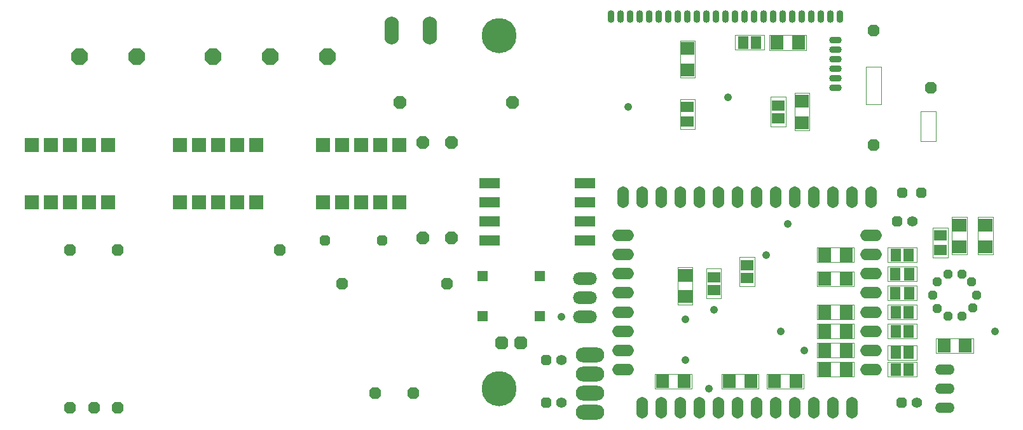
<source format=gts>
%FSLAX44Y44*%
%MOMM*%
G71*
G01*
G75*
G04 Layer_Color=8388736*
%ADD10R,1.6002X1.8034*%
%ADD11R,1.8034X1.6002*%
%ADD12R,1.3208X1.5240*%
%ADD13R,1.5240X1.3208*%
%ADD14R,2.5400X1.2700*%
%ADD15C,0.4064*%
%ADD16C,0.2540*%
%ADD17C,0.3048*%
%ADD18C,0.0508*%
G04:AMPARAMS|DCode=19|XSize=1.9812mm|YSize=1.9812mm|CornerRadius=0mm|HoleSize=0mm|Usage=FLASHONLY|Rotation=180.000|XOffset=0mm|YOffset=0mm|HoleType=Round|Shape=Octagon|*
%AMOCTAGOND19*
4,1,8,-0.9906,0.4953,-0.9906,-0.4953,-0.4953,-0.9906,0.4953,-0.9906,0.9906,-0.4953,0.9906,0.4953,0.4953,0.9906,-0.4953,0.9906,-0.9906,0.4953,0.0*
%
%ADD19OCTAGOND19*%

%ADD20C,1.2700*%
G04:AMPARAMS|DCode=21|XSize=1.27mm|YSize=1.27mm|CornerRadius=0mm|HoleSize=0mm|Usage=FLASHONLY|Rotation=180.000|XOffset=0mm|YOffset=0mm|HoleType=Round|Shape=Octagon|*
%AMOCTAGOND21*
4,1,8,-0.6350,0.3175,-0.6350,-0.3175,-0.3175,-0.6350,0.3175,-0.6350,0.6350,-0.3175,0.6350,0.3175,0.3175,0.6350,-0.3175,0.6350,-0.6350,0.3175,0.0*
%
%ADD21OCTAGOND21*%

%ADD22O,3.6576X1.8288*%
G04:AMPARAMS|DCode=23|XSize=1.0668mm|YSize=1.0668mm|CornerRadius=0mm|HoleSize=0mm|Usage=FLASHONLY|Rotation=90.000|XOffset=0mm|YOffset=0mm|HoleType=Round|Shape=Octagon|*
%AMOCTAGOND23*
4,1,8,0.2667,0.5334,-0.2667,0.5334,-0.5334,0.2667,-0.5334,-0.2667,-0.2667,-0.5334,0.2667,-0.5334,0.5334,-0.2667,0.5334,0.2667,0.2667,0.5334,0.0*
%
%ADD23OCTAGOND23*%

%ADD24O,3.0480X1.5240*%
%ADD25O,2.7432X1.3716*%
%ADD26O,1.3716X2.7432*%
%ADD27O,1.5240X0.7620*%
%ADD28O,0.7620X1.5240*%
G04:AMPARAMS|DCode=29|XSize=1.524mm|YSize=1.524mm|CornerRadius=0mm|HoleSize=0mm|Usage=FLASHONLY|Rotation=270.000|XOffset=0mm|YOffset=0mm|HoleType=Round|Shape=Octagon|*
%AMOCTAGOND29*
4,1,8,-0.3810,-0.7620,0.3810,-0.7620,0.7620,-0.3810,0.7620,0.3810,0.3810,0.7620,-0.3810,0.7620,-0.7620,0.3810,-0.7620,-0.3810,-0.3810,-0.7620,0.0*
%
%ADD29OCTAGOND29*%

%ADD30O,2.4384X1.2192*%
%ADD31O,1.7780X3.5560*%
%ADD32R,1.8288X1.8288*%
G04:AMPARAMS|DCode=33|XSize=1.2192mm|YSize=1.2192mm|CornerRadius=0mm|HoleSize=0mm|Usage=FLASHONLY|Rotation=0.000|XOffset=0mm|YOffset=0mm|HoleType=Round|Shape=Octagon|*
%AMOCTAGOND33*
4,1,8,0.6096,-0.3048,0.6096,0.3048,0.3048,0.6096,-0.3048,0.6096,-0.6096,0.3048,-0.6096,-0.3048,-0.3048,-0.6096,0.3048,-0.6096,0.6096,-0.3048,0.0*
%
%ADD33OCTAGOND33*%

G04:AMPARAMS|DCode=34|XSize=1.524mm|YSize=1.524mm|CornerRadius=0mm|HoleSize=0mm|Usage=FLASHONLY|Rotation=180.000|XOffset=0mm|YOffset=0mm|HoleType=Round|Shape=Octagon|*
%AMOCTAGOND34*
4,1,8,-0.7620,0.3810,-0.7620,-0.3810,-0.3810,-0.7620,0.3810,-0.7620,0.7620,-0.3810,0.7620,0.3810,0.3810,0.7620,-0.3810,0.7620,-0.7620,0.3810,0.0*
%
%ADD34OCTAGOND34*%

G04:AMPARAMS|DCode=35|XSize=1.6002mm|YSize=1.6002mm|CornerRadius=0mm|HoleSize=0mm|Usage=FLASHONLY|Rotation=0.000|XOffset=0mm|YOffset=0mm|HoleType=Round|Shape=Octagon|*
%AMOCTAGOND35*
4,1,8,0.8001,-0.4001,0.8001,0.4001,0.4001,0.8001,-0.4001,0.8001,-0.8001,0.4001,-0.8001,-0.4001,-0.4001,-0.8001,0.4001,-0.8001,0.8001,-0.4001,0.0*
%
%ADD35OCTAGOND35*%

%ADD36R,1.2192X1.2192*%
G04:AMPARAMS|DCode=37|XSize=1.3716mm|YSize=1.3716mm|CornerRadius=0mm|HoleSize=0mm|Usage=FLASHONLY|Rotation=90.000|XOffset=0mm|YOffset=0mm|HoleType=Round|Shape=Octagon|*
%AMOCTAGOND37*
4,1,8,0.3429,0.6858,-0.3429,0.6858,-0.6858,0.3429,-0.6858,-0.3429,-0.3429,-0.6858,0.3429,-0.6858,0.6858,-0.3429,0.6858,0.3429,0.3429,0.6858,0.0*
%
%ADD37OCTAGOND37*%

G04:AMPARAMS|DCode=38|XSize=1.3716mm|YSize=1.3716mm|CornerRadius=0mm|HoleSize=0mm|Usage=FLASHONLY|Rotation=180.000|XOffset=0mm|YOffset=0mm|HoleType=Round|Shape=Octagon|*
%AMOCTAGOND38*
4,1,8,-0.6858,0.3429,-0.6858,-0.3429,-0.3429,-0.6858,0.3429,-0.6858,0.6858,-0.3429,0.6858,0.3429,0.3429,0.6858,-0.3429,0.6858,-0.6858,0.3429,0.0*
%
%ADD38OCTAGOND38*%

%ADD39C,4.5212*%
%ADD40C,0.9096*%
%ADD41C,1.0160*%
%ADD42C,0.1524*%
%ADD43C,0.1270*%
%ADD44C,0.0000*%
%ADD45R,0.2540X2.5400*%
%ADD46R,0.3810X0.5080*%
%ADD47R,1.7502X1.9534*%
%ADD48R,1.9534X1.7502*%
%ADD49R,1.4708X1.6740*%
%ADD50R,1.6740X1.4708*%
%ADD51R,2.6900X1.4200*%
G04:AMPARAMS|DCode=52|XSize=2.1312mm|YSize=2.1312mm|CornerRadius=0mm|HoleSize=0mm|Usage=FLASHONLY|Rotation=180.000|XOffset=0mm|YOffset=0mm|HoleType=Round|Shape=Octagon|*
%AMOCTAGOND52*
4,1,8,-1.0656,0.5328,-1.0656,-0.5328,-0.5328,-1.0656,0.5328,-1.0656,1.0656,-0.5328,1.0656,0.5328,0.5328,1.0656,-0.5328,1.0656,-1.0656,0.5328,0.0*
%
%ADD52OCTAGOND52*%

%ADD53C,1.4200*%
G04:AMPARAMS|DCode=54|XSize=1.42mm|YSize=1.42mm|CornerRadius=0mm|HoleSize=0mm|Usage=FLASHONLY|Rotation=180.000|XOffset=0mm|YOffset=0mm|HoleType=Round|Shape=Octagon|*
%AMOCTAGOND54*
4,1,8,-0.7100,0.3550,-0.7100,-0.3550,-0.3550,-0.7100,0.3550,-0.7100,0.7100,-0.3550,0.7100,0.3550,0.3550,0.7100,-0.3550,0.7100,-0.7100,0.3550,0.0*
%
%ADD54OCTAGOND54*%

%ADD55O,3.8076X1.9788*%
G04:AMPARAMS|DCode=56|XSize=1.2168mm|YSize=1.2168mm|CornerRadius=0mm|HoleSize=0mm|Usage=FLASHONLY|Rotation=90.000|XOffset=0mm|YOffset=0mm|HoleType=Round|Shape=Octagon|*
%AMOCTAGOND56*
4,1,8,0.3042,0.6084,-0.3042,0.6084,-0.6084,0.3042,-0.6084,-0.3042,-0.3042,-0.6084,0.3042,-0.6084,0.6084,-0.3042,0.6084,0.3042,0.3042,0.6084,0.0*
%
%ADD56OCTAGOND56*%

%ADD57O,3.1980X1.6740*%
%ADD58O,2.8932X1.5216*%
%ADD59O,1.5216X2.8932*%
%ADD60O,1.6740X0.9120*%
%ADD61O,0.9120X1.6740*%
G04:AMPARAMS|DCode=62|XSize=1.674mm|YSize=1.674mm|CornerRadius=0mm|HoleSize=0mm|Usage=FLASHONLY|Rotation=270.000|XOffset=0mm|YOffset=0mm|HoleType=Round|Shape=Octagon|*
%AMOCTAGOND62*
4,1,8,-0.4185,-0.8370,0.4185,-0.8370,0.8370,-0.4185,0.8370,0.4185,0.4185,0.8370,-0.4185,0.8370,-0.8370,0.4185,-0.8370,-0.4185,-0.4185,-0.8370,0.0*
%
%ADD62OCTAGOND62*%

%ADD63O,2.5884X1.3692*%
%ADD64O,1.9280X3.7060*%
%ADD65R,1.9788X1.9788*%
G04:AMPARAMS|DCode=66|XSize=1.3692mm|YSize=1.3692mm|CornerRadius=0mm|HoleSize=0mm|Usage=FLASHONLY|Rotation=0.000|XOffset=0mm|YOffset=0mm|HoleType=Round|Shape=Octagon|*
%AMOCTAGOND66*
4,1,8,0.6846,-0.3423,0.6846,0.3423,0.3423,0.6846,-0.3423,0.6846,-0.6846,0.3423,-0.6846,-0.3423,-0.3423,-0.6846,0.3423,-0.6846,0.6846,-0.3423,0.0*
%
%ADD66OCTAGOND66*%

G04:AMPARAMS|DCode=67|XSize=1.674mm|YSize=1.674mm|CornerRadius=0mm|HoleSize=0mm|Usage=FLASHONLY|Rotation=180.000|XOffset=0mm|YOffset=0mm|HoleType=Round|Shape=Octagon|*
%AMOCTAGOND67*
4,1,8,-0.8370,0.4185,-0.8370,-0.4185,-0.4185,-0.8370,0.4185,-0.8370,0.8370,-0.4185,0.8370,0.4185,0.4185,0.8370,-0.4185,0.8370,-0.8370,0.4185,0.0*
%
%ADD67OCTAGOND67*%

G04:AMPARAMS|DCode=68|XSize=1.7502mm|YSize=1.7502mm|CornerRadius=0mm|HoleSize=0mm|Usage=FLASHONLY|Rotation=0.000|XOffset=0mm|YOffset=0mm|HoleType=Round|Shape=Octagon|*
%AMOCTAGOND68*
4,1,8,0.8751,-0.4375,0.8751,0.4375,0.4375,0.8751,-0.4375,0.8751,-0.8751,0.4375,-0.8751,-0.4375,-0.4375,-0.8751,0.4375,-0.8751,0.8751,-0.4375,0.0*
%
%ADD68OCTAGOND68*%

%ADD69R,1.3692X1.3692*%
G04:AMPARAMS|DCode=70|XSize=1.5216mm|YSize=1.5216mm|CornerRadius=0mm|HoleSize=0mm|Usage=FLASHONLY|Rotation=90.000|XOffset=0mm|YOffset=0mm|HoleType=Round|Shape=Octagon|*
%AMOCTAGOND70*
4,1,8,0.3804,0.7608,-0.3804,0.7608,-0.7608,0.3804,-0.7608,-0.3804,-0.3804,-0.7608,0.3804,-0.7608,0.7608,-0.3804,0.7608,0.3804,0.3804,0.7608,0.0*
%
%ADD70OCTAGOND70*%

G04:AMPARAMS|DCode=71|XSize=1.5216mm|YSize=1.5216mm|CornerRadius=0mm|HoleSize=0mm|Usage=FLASHONLY|Rotation=180.000|XOffset=0mm|YOffset=0mm|HoleType=Round|Shape=Octagon|*
%AMOCTAGOND71*
4,1,8,-0.7608,0.3804,-0.7608,-0.3804,-0.3804,-0.7608,0.3804,-0.7608,0.7608,-0.3804,0.7608,0.3804,0.3804,0.7608,-0.3804,0.7608,-0.7608,0.3804,0.0*
%
%ADD71OCTAGOND71*%

%ADD72C,4.6712*%
%ADD73C,1.0596*%
D18*
X1380582Y755396D02*
Y775132D01*
X1330960D02*
X1380582D01*
X1330960Y755396D02*
Y775132D01*
Y755396D02*
X1380582D01*
X1212596Y718220D02*
X1232332D01*
Y767842D01*
X1212596D02*
X1232332D01*
X1212596Y718220D02*
Y767842D01*
X1394622Y472770D02*
Y492506D01*
Y472770D02*
X1444244D01*
Y492506D01*
X1394622D02*
X1444244D01*
X1528064Y472770D02*
Y492506D01*
X1488522Y472770D02*
Y492506D01*
Y472770D02*
X1528064D01*
X1488522Y492506D02*
X1528064D01*
X1209370Y466182D02*
X1229106D01*
X1209370Y416560D02*
Y466182D01*
Y416560D02*
X1229106D01*
Y466182D01*
X1228182Y304546D02*
Y324282D01*
X1178560D02*
X1228182D01*
X1178560Y304546D02*
Y324282D01*
Y304546D02*
X1228182D01*
X1394622Y441020D02*
Y460756D01*
Y441020D02*
X1444244D01*
Y460756D01*
X1394622D02*
X1444244D01*
X1394622Y396570D02*
Y416306D01*
Y396570D02*
X1444244D01*
Y416306D01*
X1394622D02*
X1444244D01*
X1394622Y371170D02*
Y390906D01*
Y371170D02*
X1444244D01*
Y390906D01*
X1394622D02*
X1444244D01*
X1394622Y345770D02*
Y365506D01*
Y345770D02*
X1444244D01*
Y365506D01*
X1394622D02*
X1444244D01*
X1394622Y320370D02*
Y340106D01*
Y320370D02*
X1444244D01*
Y340106D01*
X1394622D02*
X1444244D01*
X1528064Y342722D02*
Y362458D01*
X1488522Y342722D02*
Y362458D01*
Y342722D02*
X1528064D01*
X1488522Y362458D02*
X1528064D01*
Y371170D02*
Y390906D01*
X1488522Y371170D02*
Y390906D01*
Y371170D02*
X1528064D01*
X1488522Y390906D02*
X1528064D01*
Y396570D02*
Y416306D01*
X1488522Y396570D02*
Y416306D01*
Y396570D02*
X1528064D01*
X1488522Y416306D02*
X1528064D01*
Y320370D02*
Y340106D01*
X1488522Y320370D02*
Y340106D01*
Y320370D02*
X1528064D01*
X1488522Y340106D02*
X1528064D01*
X1364996Y648370D02*
X1384732D01*
Y697992D01*
X1364996D02*
X1384732D01*
X1364996Y648370D02*
Y697992D01*
X1377280Y304546D02*
Y324282D01*
X1327658D02*
X1377280D01*
X1327658Y304546D02*
Y324282D01*
Y304546D02*
X1377280D01*
X1317082D02*
Y324282D01*
X1267460D02*
X1317082D01*
X1267460Y304546D02*
Y324282D01*
Y304546D02*
X1317082D01*
X1609344Y483270D02*
X1629080D01*
Y532892D01*
X1609344D02*
X1629080D01*
X1609344Y483270D02*
Y532892D01*
X1574622Y532730D02*
X1594358D01*
X1574622Y483108D02*
Y532730D01*
Y483108D02*
X1594358D01*
Y532730D01*
X1602832Y352044D02*
Y371780D01*
X1553210D02*
X1602832D01*
X1553210Y352044D02*
Y371780D01*
Y352044D02*
X1602832D01*
X1528064Y447370D02*
Y467106D01*
X1488522Y447370D02*
Y467106D01*
Y447370D02*
X1528064D01*
X1488522Y467106D02*
X1528064D01*
X1324864Y755472D02*
Y775208D01*
X1285322Y755472D02*
Y775208D01*
Y755472D02*
X1324864D01*
X1285322Y775208D02*
X1324864D01*
X1488440Y421894D02*
Y441630D01*
X1527982Y421894D02*
Y441630D01*
X1488440D02*
X1527982D01*
X1488440Y421894D02*
X1527982D01*
X1549146Y518414D02*
X1568882D01*
X1549146Y478872D02*
X1568882D01*
Y518414D01*
X1549146Y478872D02*
Y518414D01*
X1212596Y689864D02*
X1232332D01*
X1212596Y650322D02*
X1232332D01*
Y689864D01*
X1212596Y650322D02*
Y689864D01*
X1333246Y692912D02*
X1352982D01*
X1333246Y653370D02*
X1352982D01*
Y692912D01*
X1333246Y653370D02*
Y692912D01*
X1291920Y440690D02*
X1311656D01*
X1291920Y480232D02*
X1311656D01*
X1291920Y440690D02*
Y480232D01*
X1311656Y440690D02*
Y480232D01*
X1247394Y464312D02*
X1267130D01*
X1247394Y424770D02*
X1267130D01*
Y464312D01*
X1247394Y424770D02*
Y464312D01*
X1460246Y732882D02*
X1479982D01*
Y683260D02*
Y732882D01*
X1460246Y683260D02*
X1479982D01*
X1460246D02*
Y732882D01*
X1533144Y634238D02*
X1552880D01*
X1533144Y673780D02*
X1552880D01*
Y634238D02*
Y673780D01*
X1533144Y634238D02*
Y673780D01*
D47*
X1370072Y765302D02*
D03*
X1341628D02*
D03*
X1405132Y482600D02*
D03*
X1433576D02*
D03*
X1217672Y314452D02*
D03*
X1189228D02*
D03*
X1405132Y450850D02*
D03*
X1433576D02*
D03*
X1405132Y406400D02*
D03*
X1433576D02*
D03*
X1405132Y381000D02*
D03*
X1433576D02*
D03*
X1405132Y355600D02*
D03*
X1433576D02*
D03*
X1405132Y330200D02*
D03*
X1433576D02*
D03*
X1366770Y314452D02*
D03*
X1338326D02*
D03*
X1306572D02*
D03*
X1278128D02*
D03*
X1592322Y361950D02*
D03*
X1563878D02*
D03*
D48*
X1222502Y728730D02*
D03*
Y757174D02*
D03*
X1219200Y455672D02*
D03*
Y427228D02*
D03*
X1374902Y658880D02*
D03*
Y687324D02*
D03*
X1619250Y493780D02*
D03*
Y522224D02*
D03*
X1584452Y522220D02*
D03*
Y493776D02*
D03*
D49*
X1516888Y482600D02*
D03*
X1499752D02*
D03*
X1516888Y352552D02*
D03*
X1499752D02*
D03*
X1516888Y381000D02*
D03*
X1499752D02*
D03*
X1516888Y406400D02*
D03*
X1499752D02*
D03*
X1516888Y330200D02*
D03*
X1499752D02*
D03*
X1517904Y457200D02*
D03*
X1498752D02*
D03*
X1313688Y765302D02*
D03*
X1296552D02*
D03*
X1498600Y431800D02*
D03*
X1517752D02*
D03*
D50*
X1559052Y508254D02*
D03*
Y489102D02*
D03*
X1222502Y679704D02*
D03*
Y660552D02*
D03*
X1343152Y681736D02*
D03*
Y664600D02*
D03*
X1301750Y451866D02*
D03*
Y469002D02*
D03*
X1257300Y453136D02*
D03*
Y436000D02*
D03*
D51*
X958850Y577850D02*
D03*
X1085850Y501650D02*
D03*
Y527050D02*
D03*
Y552450D02*
D03*
Y577850D02*
D03*
X958850Y552450D02*
D03*
Y527050D02*
D03*
Y501650D02*
D03*
D52*
X412750Y746252D02*
D03*
X488950D02*
D03*
X742950D02*
D03*
X666750D02*
D03*
X590550D02*
D03*
D53*
X1521460Y527050D02*
D03*
X1054862Y285750D02*
D03*
X1527810D02*
D03*
X1054862Y342900D02*
D03*
D54*
X1501140Y527050D02*
D03*
X1034542Y285750D02*
D03*
X1507490D02*
D03*
X1034542Y342900D02*
D03*
D55*
X1092200Y349250D02*
D03*
Y323850D02*
D03*
Y298450D02*
D03*
Y273050D02*
D03*
D56*
X1602232Y412242D02*
D03*
X1588262Y400812D02*
D03*
X1569212D02*
D03*
X1555242Y410972D02*
D03*
X1548892Y428752D02*
D03*
X1555242Y446532D02*
D03*
X1569212Y456692D02*
D03*
X1588262D02*
D03*
X1600962Y446532D02*
D03*
X1607312Y428752D02*
D03*
D57*
X1085850Y450850D02*
D03*
Y425450D02*
D03*
Y400050D02*
D03*
D58*
X1136650Y508254D02*
D03*
Y482854D02*
D03*
Y457454D02*
D03*
Y432054D02*
D03*
Y406527D02*
D03*
Y381127D02*
D03*
Y355727D02*
D03*
Y330327D02*
D03*
X1466850Y508254D02*
D03*
Y482854D02*
D03*
Y457454D02*
D03*
Y432054D02*
D03*
Y406527D02*
D03*
Y381127D02*
D03*
Y355727D02*
D03*
Y330327D02*
D03*
D59*
X1136650Y559054D02*
D03*
X1162050D02*
D03*
X1187450D02*
D03*
X1212850D02*
D03*
X1238250D02*
D03*
X1263650D02*
D03*
X1289050D02*
D03*
X1314450D02*
D03*
X1339850D02*
D03*
X1365250D02*
D03*
X1390650D02*
D03*
X1416050D02*
D03*
X1441450D02*
D03*
X1466850D02*
D03*
X1162050Y279527D02*
D03*
X1187450D02*
D03*
X1212850D02*
D03*
X1238250D02*
D03*
X1263650D02*
D03*
X1289050D02*
D03*
X1314450D02*
D03*
X1339850D02*
D03*
X1365250D02*
D03*
X1390650D02*
D03*
X1416050D02*
D03*
X1441450D02*
D03*
D60*
X1419352Y704850D02*
D03*
Y717550D02*
D03*
Y730250D02*
D03*
Y742950D02*
D03*
Y755650D02*
D03*
Y768350D02*
D03*
D61*
X1120902Y800100D02*
D03*
X1133602D02*
D03*
X1146302D02*
D03*
X1159002D02*
D03*
X1171702D02*
D03*
X1184402D02*
D03*
X1197102D02*
D03*
X1209802D02*
D03*
X1222502D02*
D03*
X1235202D02*
D03*
X1247902D02*
D03*
X1260602D02*
D03*
X1273302D02*
D03*
X1286002D02*
D03*
X1298702D02*
D03*
X1311402D02*
D03*
X1324102D02*
D03*
X1336802D02*
D03*
X1349502D02*
D03*
X1362202D02*
D03*
X1374902D02*
D03*
X1387602D02*
D03*
X1400302D02*
D03*
X1413002D02*
D03*
X1425702D02*
D03*
D62*
X908050Y504952D02*
D03*
Y631952D02*
D03*
X869950Y504952D02*
D03*
Y631952D02*
D03*
D63*
X1565402Y330200D02*
D03*
Y304800D02*
D03*
Y279400D02*
D03*
D64*
X828802Y781050D02*
D03*
X879602D02*
D03*
D65*
X450850Y552450D02*
D03*
X425450D02*
D03*
X400050D02*
D03*
X450850Y628650D02*
D03*
X425450D02*
D03*
X400050D02*
D03*
X374650D02*
D03*
X349250D02*
D03*
X374650Y552450D02*
D03*
X349250D02*
D03*
X647700D02*
D03*
X622300D02*
D03*
X596900D02*
D03*
X647700Y628650D02*
D03*
X622300D02*
D03*
X596900D02*
D03*
X571500D02*
D03*
X546100D02*
D03*
X571500Y552450D02*
D03*
X546100D02*
D03*
X838200D02*
D03*
X812800D02*
D03*
X787400D02*
D03*
X838200Y628650D02*
D03*
X812800D02*
D03*
X787400D02*
D03*
X762000D02*
D03*
X736600D02*
D03*
X762000Y552450D02*
D03*
X736600D02*
D03*
D66*
X1533652Y565150D02*
D03*
X1508252D02*
D03*
X816102Y501650D02*
D03*
X739902D02*
D03*
D67*
X839470Y685800D02*
D03*
X989330D02*
D03*
D68*
X1000252Y365252D02*
D03*
X974852D02*
D03*
D69*
X949452Y401320D02*
D03*
X1025652D02*
D03*
Y454660D02*
D03*
X949452D02*
D03*
D70*
X1546352Y704850D02*
D03*
X1470152Y781050D02*
D03*
Y628650D02*
D03*
X857250Y298450D02*
D03*
X806450D02*
D03*
X901700Y444500D02*
D03*
X762000D02*
D03*
D71*
X431800Y279400D02*
D03*
X400050D02*
D03*
X463550D02*
D03*
X400050Y488950D02*
D03*
X463550D02*
D03*
X679450D02*
D03*
D72*
X971550Y304800D02*
D03*
Y774700D02*
D03*
D73*
X1219200Y397002D02*
D03*
Y342900D02*
D03*
X1327150Y482600D02*
D03*
X1250950Y304800D02*
D03*
X1631950Y381000D02*
D03*
X1377950Y355600D02*
D03*
X1276350Y692150D02*
D03*
X1257300Y409702D02*
D03*
X1346200Y381000D02*
D03*
X1355852Y524002D02*
D03*
X1054100Y400050D02*
D03*
X1143000Y679450D02*
D03*
M02*

</source>
